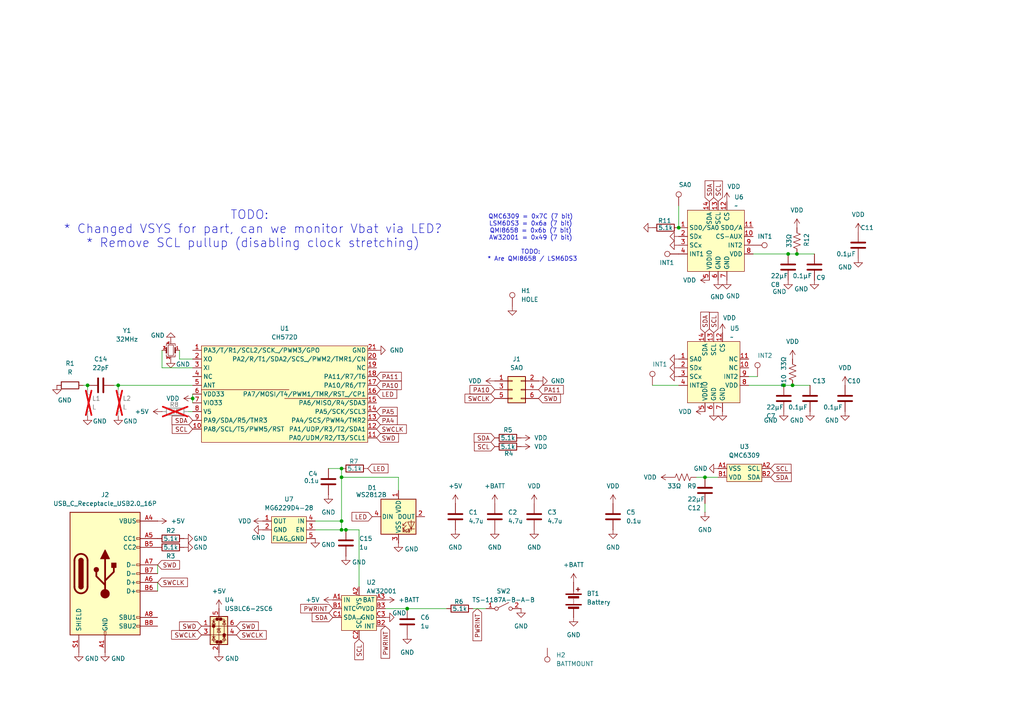
<source format=kicad_sch>
(kicad_sch (version 20250114) (generator "eeschema") (generator_version "9.0")
  (paper "A4")
  (lib_symbols
    (symbol "Connector:TestPoint" (pin_numbers (hide yes)) (pin_names (offset 0.762) (hide yes))
      (property "Reference" "TP" (at 0 6.858 0))
      (property "Value" "TestPoint" (at 0 5.08 0))
      (symbol "TestPoint_1_1"
        (pin passive line (at 0 0 90) (length 2.54) (name "1") (number "1"))
      )
    )
    (symbol "Connector:USB_C_Receptacle_USB2.0_16P" (pin_names (offset 1.016))
      (property "Reference" "J" (at 0 22.225 0))
      (property "Value" "USB_C_Receptacle_USB2.0_16P" (at 0 19.685 0))
      (symbol "USB_C_Receptacle_USB2.0_16P_1_1"
        (pin passive line (at -7.62 -22.86 90) (length 5.08) (name "SHIELD") (number "S1"))
        (pin passive line (at 0 -22.86 90) (length 5.08) (name "GND") (number "A1"))
        (pin passive line (at 0 -22.86 90) (length 5.08) (hide yes) (name "GND") (number "A12"))
        (pin passive line (at 0 -22.86 90) (length 5.08) (hide yes) (name "GND") (number "B1"))
        (pin passive line (at 0 -22.86 90) (length 5.08) (hide yes) (name "GND") (number "B12"))
        (pin passive line (at 15.24 15.24 180) (length 5.08) (name "VBUS") (number "A4"))
        (pin passive line (at 15.24 15.24 180) (length 5.08) (hide yes) (name "VBUS") (number "A9"))
        (pin passive line (at 15.24 15.24 180) (length 5.08) (hide yes) (name "VBUS") (number "B4"))
        (pin passive line (at 15.24 15.24 180) (length 5.08) (hide yes) (name "VBUS") (number "B9"))
        (pin bidirectional line (at 15.24 10.16 180) (length 5.08) (name "CC1") (number "A5"))
        (pin bidirectional line (at 15.24 7.62 180) (length 5.08) (name "CC2") (number "B5"))
        (pin bidirectional line (at 15.24 2.54 180) (length 5.08) (name "D-") (number "A7"))
        (pin bidirectional line (at 15.24 0 180) (length 5.08) (name "D-") (number "B7"))
        (pin bidirectional line (at 15.24 -2.54 180) (length 5.08) (name "D+") (number "A6"))
        (pin bidirectional line (at 15.24 -5.08 180) (length 5.08) (name "D+") (number "B6"))
        (pin bidirectional line (at 15.24 -12.7 180) (length 5.08) (name "SBU1") (number "A8"))
        (pin bidirectional line (at 15.24 -15.24 180) (length 5.08) (name "SBU2") (number "B8"))
      )
    )
    (symbol "Connector_Generic:Conn_02x03_Odd_Even" (pin_names (offset 1.016) (hide yes))
      (property "Reference" "J" (at 1.27 5.08 0))
      (property "Value" "Conn_02x03_Odd_Even" (at 1.27 -5.08 0))
      (symbol "Conn_02x03_Odd_Even_1_1"
        (pin passive line (at -5.08 2.54 0) (length 3.81) (name "Pin_1") (number "1"))
        (pin passive line (at -5.08 0 0) (length 3.81) (name "Pin_3") (number "3"))
        (pin passive line (at -5.08 -2.54 0) (length 3.81) (name "Pin_5") (number "5"))
        (pin passive line (at 7.62 2.54 180) (length 3.81) (name "Pin_2") (number "2"))
        (pin passive line (at 7.62 0 180) (length 3.81) (name "Pin_4") (number "4"))
        (pin passive line (at 7.62 -2.54 180) (length 3.81) (name "Pin_6") (number "6"))
      )
    )
    (symbol "Device:Battery" (pin_numbers (hide yes)) (pin_names (offset 0) (hide yes))
      (property "Reference" "BT" (at 2.54 2.54 0))
      (property "Value" "Battery" (at 2.54 0 0))
      (symbol "Battery_1_1"
        (pin passive line (at 0 5.08 270) (length 2.54) (name "+") (number "1"))
        (pin passive line (at 0 -5.08 90) (length 2.54) (name "-") (number "2"))
      )
    )
    (symbol "Device:C" (pin_numbers (hide yes)) (pin_names (offset 0.254))
      (property "Reference" "C" (at 0.635 2.54 0))
      (property "Value" "C" (at 0.635 -2.54 0))
      (symbol "C_1_1"
        (pin passive line (at 0 3.81 270) (length 2.794) (name "~") (number "1"))
        (pin passive line (at 0 -3.81 90) (length 2.794) (name "~") (number "2"))
      )
    )
    (symbol "Device:Crystal_GND24_Small" (pin_names (offset 1.016) (hide yes))
      (property "Reference" "Y" (at 1.27 4.445 0))
      (property "Value" "Crystal_GND24_Small" (at 1.27 2.54 0))
      (symbol "Crystal_GND24_Small_1_1"
        (pin passive line (at -2.54 0 0) (length 1.27) (name "1") (number "1"))
        (pin passive line (at 0 2.54 270) (length 0.635) (name "4") (number "4"))
        (pin passive line (at 0 -2.54 90) (length 0.635) (name "2") (number "2"))
        (pin passive line (at 2.54 0 180) (length 1.27) (name "3") (number "3"))
      )
    )
    (symbol "Device:L" (pin_numbers (hide yes)) (pin_names (offset 1.016) (hide yes))
      (property "Reference" "L" (at -1.27 0 90))
      (property "Value" "L" (at 1.905 0 90))
      (symbol "L_1_1"
        (pin passive line (at 0 3.81 270) (length 1.27) (name "1") (number "1"))
        (pin passive line (at 0 -3.81 90) (length 1.27) (name "2") (number "2"))
      )
    )
    (symbol "Device:R" (pin_numbers (hide yes)) (pin_names (offset 0))
      (property "Reference" "R" (at 2.032 0 90))
      (property "Value" "R" (at 0 0 90))
      (symbol "R_1_1"
        (pin passive line (at 0 3.81 270) (length 1.27) (name "~") (number "1"))
        (pin passive line (at 0 -3.81 90) (length 1.27) (name "~") (number "2"))
      )
    )
    (symbol "LED:WS2812B" (pin_names (offset 0.254))
      (property "Reference" "D" (at 5.08 5.715 0))
      (property "Value" "WS2812B" (at 1.27 -5.715 0))
      (symbol "WS2812B_0_0"
        (text "RGB" (at 2.286 -4.191 0) (effects (font (size 0.762 0.762))))
      )
      (symbol "WS2812B_1_1"
        (pin input line (at -7.62 0 0) (length 2.54) (name "DIN") (number "4"))
        (pin power_in line (at 0 7.62 270) (length 2.54) (name "VDD") (number "1"))
        (pin power_in line (at 0 -7.62 90) (length 2.54) (name "VSS") (number "3"))
        (pin output line (at 7.62 0 180) (length 2.54) (name "DOUT") (number "2"))
      )
    )
    (symbol "Power_Protection:USBLC6-2SC6" (pin_names (hide yes))
      (property "Reference" "U" (at 0.635 5.715 0))
      (property "Value" "USBLC6-2SC6" (at 0.635 3.81 0))
      (symbol "USBLC6-2SC6_1_1"
        (pin passive line (at -5.08 0 0) (length 2.54) (name "I/O1") (number "1"))
        (pin passive line (at -5.08 -2.54 0) (length 2.54) (name "I/O2") (number "3"))
        (pin passive line (at 0 5.08 270) (length 2.54) (name "VBUS") (number "5"))
        (pin passive line (at 0 -7.62 90) (length 2.54) (name "GND") (number "2"))
        (pin passive line (at 5.08 0 180) (length 2.54) (name "I/O1") (number "6"))
        (pin passive line (at 5.08 -2.54 180) (length 2.54) (name "I/O2") (number "4"))
      )
    )
    (symbol "Swadge_Parts:C" (pin_numbers (hide yes)) (pin_names (offset 0.254))
      (property "Reference" "C" (at 0.635 2.54 0))
      (property "Value" "C" (at 0.635 -2.54 0))
      (symbol "C_1_1"
        (pin passive line (at 0 3.81 270) (length 2.794) (name "~") (number "1"))
        (pin passive line (at 0 -3.81 90) (length 2.794) (name "~") (number "2"))
      )
    )
    (symbol "Swadge_Parts:GND" (power) (pin_names (offset 0))
      (property "Value" "GND" (at 0 -3.81 0))
      (symbol "GND_1_1"
        (pin power_in line (at 0 0 270) (length 0) (hide yes) (name "GND") (number "1"))
      )
    )
    (symbol "Swadge_Parts:R_US" (pin_numbers (hide yes)) (pin_names (offset 0))
      (property "Reference" "R" (at 2.54 0 90))
      (property "Value" "R_US" (at -2.54 0 90))
      (symbol "R_US_1_1"
        (pin passive line (at 0 3.81 270) (length 1.27) (name "~") (number "1"))
        (pin passive line (at 0 -3.81 90) (length 1.27) (name "~") (number "2"))
      )
    )
    (symbol "Switch:SW_SPST" (pin_names (offset 0) (hide yes))
      (property "Reference" "SW" (at 0 3.175 0))
      (property "Value" "SW_SPST" (at 0 -2.54 0))
      (symbol "SW_SPST_1_1"
        (pin passive line (at -5.08 0 0) (length 2.54) (name "A") (number "1"))
        (pin passive line (at 5.08 0 180) (length 2.54) (name "B") (number "2"))
      )
    )
    (symbol "cnhardware:AW32001E-BMS"
      (property "Reference" "U" (at -3.302 -5.08 0))
      (symbol "AW32001E-BMS_1_1"
        (pin bidirectional line (at -7.62 2.54 0) (length 2.54) (name "IN") (number "A1"))
        (pin bidirectional line (at -7.62 0 0) (length 2.54) (name "NTC") (number "B1"))
        (pin bidirectional line (at -7.62 -2.54 0) (length 2.54) (name "SDA") (number "C1"))
        (pin bidirectional line (at 0 6.35 270) (length 2.54) (name "SYS") (number "A2"))
        (pin bidirectional line (at 0 -8.89 90) (length 2.54) (name "SCL") (number "C2"))
        (pin bidirectional line (at 7.62 2.54 180) (length 2.54) (name "BAT") (number "A3"))
        (pin bidirectional line (at 7.62 0 180) (length 2.54) (name "VDD") (number "B3"))
        (pin bidirectional line (at 7.62 -2.54 180) (length 2.54) (name "GND") (number "C3"))
        (pin bidirectional line (at 7.62 -5.08 180) (length 2.54) (name "INT") (number "B2"))
      )
    )
    (symbol "cnhardware:CH570D"
      (property "Reference" "U" (at -2.286 -0.508 0))
      (property "Value" "CH570D" (at -4.318 -4.572 0))
      (symbol "CH570D_1_1"
        (pin bidirectional line (at -26.67 10.16 0) (length 2.54) (name "PA3/T/R1/SCL2/SCK_/PWM3/GPO") (number "1"))
        (pin bidirectional line (at -26.67 7.62 0) (length 2.54) (name "XO") (number "2"))
        (pin bidirectional line (at -26.67 5.08 0) (length 2.54) (name "XI") (number "3"))
        (pin bidirectional line (at -26.67 2.54 0) (length 2.54) (name "NC") (number "4"))
        (pin bidirectional line (at -26.67 0 0) (length 2.54) (name "ANT") (number "5"))
        (pin bidirectional line (at -26.67 -2.54 0) (length 2.54) (name "VDD33") (number "6"))
        (pin bidirectional line (at -26.67 -5.08 0) (length 2.54) (name "VIO33") (number "7"))
        (pin bidirectional line (at -26.67 -7.62 0) (length 2.54) (name "V5") (number "8"))
        (pin bidirectional line (at -26.67 -10.16 0) (length 2.54) (name "PA9/SDA/R5/TMR3") (number "9"))
        (pin bidirectional line (at -26.67 -12.7 0) (length 2.54) (name "PA8/SCL/T5/PWM5/RST") (number "10"))
        (pin bidirectional line (at 26.67 10.16 180) (length 2.54) (name "GND") (number "21"))
        (pin bidirectional line (at 26.67 7.62 180) (length 2.54) (name "PA2/R/T1/SDA2/SCS_/PWM2/TMR1/CN") (number "20"))
        (pin bidirectional line (at 26.67 5.08 180) (length 2.54) (name "NC") (number "19"))
        (pin bidirectional line (at 26.67 2.54 180) (length 2.54) (name "PA11/R7/T6") (number "18"))
        (pin bidirectional line (at 26.67 0 180) (length 2.54) (name "PA10/R6/T7") (number "17"))
        (pin bidirectional line (at 26.67 -2.54 180) (length 2.54) (name "PA7/MOSI/T4/PWM1/TMR/RST_/CP1") (number "16"))
        (pin bidirectional line (at 26.67 -5.08 180) (length 2.54) (name "PA6/MISO/R4/SDA3") (number "15"))
        (pin bidirectional line (at 26.67 -7.62 180) (length 2.54) (name "PA5/SCK/SCL3") (number "14"))
        (pin bidirectional line (at 26.67 -10.16 180) (length 2.54) (name "PA4/SCS/PWM4/TMR2") (number "13"))
        (pin bidirectional line (at 26.67 -12.7 180) (length 2.54) (name "PA1/UDP/R3/T2/SDA1") (number "12"))
        (pin bidirectional line (at 26.67 -15.24 180) (length 2.54) (name "PA0/UDM/R2/T3/SCL1") (number "11"))
      )
    )
    (symbol "cnhardware:LSM6DSL"
      (property "Reference" "U" (at 0 0 0))
      (symbol "LSM6DSL_1_1"
        (pin bidirectional line (at -10.16 3.81 0) (length 2.54) (name "SA0") (number "1"))
        (pin bidirectional line (at -10.16 1.27 0) (length 2.54) (name "SDx") (number "2"))
        (pin bidirectional line (at -10.16 -1.27 0) (length 2.54) (name "SCx") (number "3"))
        (pin bidirectional line (at -10.16 -3.81 0) (length 2.54) (name "INT1") (number "4"))
        (pin bidirectional line (at -2.54 11.43 270) (length 2.54) (name "SDA") (number "14"))
        (pin bidirectional line (at -2.54 -11.43 90) (length 2.54) (name "VDDIO") (number "5"))
        (pin bidirectional line (at 0 11.43 270) (length 2.54) (name "SCL") (number "13"))
        (pin bidirectional line (at 0 -11.43 90) (length 2.54) (name "GND") (number "6"))
        (pin bidirectional line (at 2.54 11.43 270) (length 2.54) (name "CS") (number "12"))
        (pin bidirectional line (at 2.54 -11.43 90) (length 2.54) (name "GND") (number "7"))
        (pin bidirectional line (at 10.16 3.81 180) (length 2.54) (name "NC") (number "11"))
        (pin bidirectional line (at 10.16 1.27 180) (length 2.54) (name "NC") (number "10"))
        (pin bidirectional line (at 10.16 -1.27 180) (length 2.54) (name "INT2") (number "9"))
        (pin bidirectional line (at 10.16 -3.81 180) (length 2.54) (name "VDD") (number "8"))
      )
    )
    (symbol "cnhardware:QMC6309"
      (property "Reference" "U" (at 0 0 0))
      (property "Value" "QMC6309" (at 0 -3.81 0))
      (symbol "QMC6309_1_1"
        (pin bidirectional line (at -7.62 1.27 0) (length 2.54) (name "VSS") (number "A1"))
        (pin bidirectional line (at -7.62 -1.27 0) (length 2.54) (name "VDD") (number "B1"))
        (pin bidirectional line (at 7.62 1.27 180) (length 2.54) (name "SCL") (number "A2"))
        (pin bidirectional line (at 7.62 -1.27 180) (length 2.54) (name "SDA") (number "B2"))
      )
    )
    (symbol "cnhardware:QMI8658A"
      (property "Reference" "U" (at -0.254 -1.27 0))
      (symbol "QMI8658A_1_1"
        (pin bidirectional line (at -11.43 3.81 0) (length 2.54) (name "SD0/SA0") (number "1"))
        (pin bidirectional line (at -11.43 1.27 0) (length 2.54) (name "SDx") (number "2"))
        (pin bidirectional line (at -11.43 -1.27 0) (length 2.54) (name "SCx") (number "3"))
        (pin bidirectional line (at -11.43 -3.81 0) (length 2.54) (name "INT1") (number "4"))
        (pin bidirectional line (at -2.54 11.43 270) (length 2.54) (name "SDA") (number "14"))
        (pin bidirectional line (at -2.54 -11.43 90) (length 2.54) (name "VDDIO") (number "5"))
        (pin bidirectional line (at 0 11.43 270) (length 2.54) (name "SCL") (number "13"))
        (pin bidirectional line (at 0 -11.43 90) (length 2.54) (name "GND") (number "6"))
        (pin bidirectional line (at 2.54 11.43 270) (length 2.54) (name "CS") (number "12"))
        (pin bidirectional line (at 2.54 -11.43 90) (length 2.54) (name "GND") (number "7"))
        (pin bidirectional line (at 10.16 3.81 180) (length 2.54) (name "SDO/A") (number "11"))
        (pin bidirectional line (at 10.16 1.27 180) (length 2.54) (name "CS-AUX") (number "10"))
        (pin bidirectional line (at 10.16 -1.27 180) (length 2.54) (name "INT2") (number "9"))
        (pin bidirectional line (at 10.16 -3.81 180) (length 2.54) (name "VDD") (number "8"))
      )
    )
    (symbol "cnhardware:RS3236-DFN-LDO"
      (property "Reference" "U" (at 0 3.81 0))
      (property "Value" "RS3236-3.3YUTDN4" (at -0.254 -6.35 0))
      (symbol "RS3236-DFN-LDO_1_1"
        (pin bidirectional line (at -7.62 1.27 0) (length 2.54) (name "OUT") (number "1"))
        (pin bidirectional line (at -7.62 -1.27 0) (length 2.54) (name "GND") (number "2"))
        (pin bidirectional line (at 7.62 1.27 180) (length 2.54) (name "IN") (number "4"))
        (pin bidirectional line (at 7.62 -1.27 180) (length 2.54) (name "EN") (number "3"))
        (pin bidirectional line (at 7.62 -3.81 180) (length 2.54) (name "FLAG_GND") (number "5"))
      )
    )
    (symbol "power:+5V" (power) (pin_numbers (hide yes)) (pin_names (offset 0) (hide yes))
      (property "Value" "+5V" (at 0 3.556 0))
      (symbol "+5V_1_1"
        (pin power_in line (at 0 0 90) (length 0) (name "~") (number "1"))
      )
    )
    (symbol "power:+BATT" (power) (pin_numbers (hide yes)) (pin_names (offset 0) (hide yes))
      (property "Value" "+BATT" (at 0 3.556 0))
      (symbol "+BATT_1_1"
        (pin power_in line (at 0 0 90) (length 0) (name "~") (number "1"))
      )
    )
    (symbol "power:GND" (power) (pin_numbers (hide yes)) (pin_names (offset 0) (hide yes))
      (property "Value" "GND" (at 0 -3.81 0))
      (symbol "GND_1_1"
        (pin power_in line (at 0 0 270) (length 0) (name "~") (number "1"))
      )
    )
    (symbol "power:VDD" (power) (pin_names (offset 0))
      (property "Value" "VDD" (at 0 3.81 0))
      (symbol "VDD_1_1"
        (pin power_in line (at 0 0 90) (length 0) (hide yes) (name "VDD") (number "1"))
      )
    )
  )
  (text "TODO:\n * Changed VSYS for part, can we monitor Vbat via LED?\n * Remove SCL pullup (disabling clock stretching)" (at 72.39 66.548 0) (effects (font (size 2.54 2.54))))
  (text "QMC6309 = 0x7C (7 bit)\nLSM6DS3 = 0x6a (7 bit)\nQMI8658 = 0x6b (7 bit)\nAW32001 = 0x49 (7 bit)\n\nTODO:\n * Are QMI8658 / LSM6DS3" (at 153.924 69.088 0) (effects (font (size 1.27 1.27))))
  (junction (at 118.11 176.53))
  (junction (at 34.29 111.76))
  (junction (at 227.33 111.76))
  (junction (at 228.6 73.66))
  (junction (at 25.4 111.76))
  (junction (at 99.06 135.89))
  (junction (at 204.47 138.43))
  (junction (at 99.06 151.13))
  (junction (at 99.06 153.67))
  (junction (at 55.88 115.57))
  (junction (at 196.85 66.04))
  (junction (at 229.87 111.76))
  (junction (at 99.06 138.43))
  (junction (at 100.33 153.67))
  (junction (at 231.14 73.66))
  (wire (pts (xy 196.85 59.69) (xy 196.85 66.04)))
  (wire (pts (xy 45.72 163.83) (xy 45.72 166.37)))
  (wire (pts (xy 228.6 73.66) (xy 231.14 73.66)))
  (wire (pts (xy 99.06 151.13) (xy 99.06 153.67)))
  (wire (pts (xy 99.06 138.43) (xy 99.06 151.13)))
  (wire (pts (xy 99.06 135.89) (xy 99.06 138.43)))
  (wire (pts (xy 34.29 113.03) (xy 34.29 111.76)))
  (wire (pts (xy 115.57 138.43) (xy 115.57 142.24)))
  (wire (pts (xy 54.61 119.38) (xy 55.88 119.38)))
  (wire (pts (xy 204.47 148.59) (xy 204.47 146.05)))
  (wire (pts (xy 231.14 73.66) (xy 236.22 73.66)))
  (wire (pts (xy 33.02 111.76) (xy 34.29 111.76)))
  (wire (pts (xy 34.29 111.76) (xy 55.88 111.76)))
  (wire (pts (xy 104.14 153.67) (xy 100.33 153.67)))
  (wire (pts (xy 204.47 138.43) (xy 208.28 138.43)))
  (wire (pts (xy 137.16 176.53) (xy 140.97 176.53)))
  (wire (pts (xy 118.11 176.53) (xy 111.76 176.53)))
  (wire (pts (xy 227.33 111.76) (xy 229.87 111.76)))
  (wire (pts (xy 201.93 138.43) (xy 204.47 138.43)))
  (wire (pts (xy 99.06 138.43) (xy 115.57 138.43)))
  (wire (pts (xy 55.88 115.57) (xy 55.88 116.84)))
  (wire (pts (xy 217.17 111.76) (xy 227.33 111.76)))
  (wire (pts (xy 55.88 106.68) (xy 46.99 106.68)))
  (wire (pts (xy 99.06 153.67) (xy 91.44 153.67)))
  (wire (pts (xy 46.99 106.68) (xy 46.99 101.6)))
  (wire (pts (xy 228.6 73.66) (xy 218.44 73.66)))
  (wire (pts (xy 104.14 153.67) (xy 104.14 170.18)))
  (wire (pts (xy 118.11 176.53) (xy 129.54 176.53)))
  (wire (pts (xy 229.87 111.76) (xy 234.95 111.76)))
  (wire (pts (xy 52.07 101.6) (xy 52.07 104.14)))
  (wire (pts (xy 189.23 111.76) (xy 196.85 111.76)))
  (wire (pts (xy 55.88 114.3) (xy 55.88 115.57)))
  (wire (pts (xy 100.33 153.67) (xy 99.06 153.67)))
  (wire (pts (xy 45.72 168.91) (xy 45.72 171.45)))
  (wire (pts (xy 52.07 104.14) (xy 55.88 104.14)))
  (wire (pts (xy 25.4 113.03) (xy 25.4 111.76)))
  (wire (pts (xy 95.25 135.89) (xy 99.06 135.89)))
  (wire (pts (xy 91.44 151.13) (xy 99.06 151.13)))
  (wire (pts (xy 219.71 109.22) (xy 217.17 109.22)))
  (wire (pts (xy 25.4 111.76) (xy 24.13 111.76)))
  (global_label "SWCLK" (shape input) (at 58.42 184.15 180) (property "Intersheetrefs" "${INTERSHEET_REFS}" (effects (hide yes))))
  (global_label "SDA" (shape input) (at 96.52 179.07 180) (property "Intersheetrefs" "${INTERSHEET_REFS}" (effects (hide yes))))
  (global_label "SWCLK" (shape input) (at 45.72 168.91 0) (property "Intersheetrefs" "${INTERSHEET_REFS}" (effects (hide yes))))
  (global_label "SCL" (shape input) (at 143.51 129.54 180) (property "Intersheetrefs" "${INTERSHEET_REFS}" (effects (hide yes))))
  (global_label "SWD" (shape input) (at 58.42 181.61 180) (property "Intersheetrefs" "${INTERSHEET_REFS}" (effects (hide yes))))
  (global_label "SWCLK" (shape input) (at 68.58 184.15 0) (property "Intersheetrefs" "${INTERSHEET_REFS}" (effects (hide yes))))
  (global_label "SWD" (shape input) (at 109.22 127 0) (property "Intersheetrefs" "${INTERSHEET_REFS}" (effects (hide yes))))
  (global_label "SDA" (shape input) (at 204.47 96.52 90) (property "Intersheetrefs" "${INTERSHEET_REFS}" (effects (hide yes))))
  (global_label "PA11" (shape input) (at 156.21 113.03 0) (property "Intersheetrefs" "${INTERSHEET_REFS}" (effects (hide yes))))
  (global_label "SCL" (shape input) (at 223.52 135.89 0) (property "Intersheetrefs" "${INTERSHEET_REFS}" (effects (hide yes))))
  (global_label "SDA" (shape input) (at 223.52 138.43 0) (property "Intersheetrefs" "${INTERSHEET_REFS}" (effects (hide yes))))
  (global_label "SWD" (shape input) (at 156.21 115.57 0) (property "Intersheetrefs" "${INTERSHEET_REFS}" (effects (hide yes))))
  (global_label "PA10" (shape input) (at 109.22 111.76 0) (property "Intersheetrefs" "${INTERSHEET_REFS}" (effects (hide yes))))
  (global_label "SWCLK" (shape input) (at 109.22 124.46 0) (property "Intersheetrefs" "${INTERSHEET_REFS}" (effects (hide yes))))
  (global_label "SCL" (shape input) (at 207.01 96.52 90) (property "Intersheetrefs" "${INTERSHEET_REFS}" (effects (hide yes))))
  (global_label "PA4" (shape input) (at 109.22 121.92 0) (property "Intersheetrefs" "${INTERSHEET_REFS}" (effects (hide yes))))
  (global_label "PWRINT" (shape input) (at 111.76 181.61 270) (property "Intersheetrefs" "${INTERSHEET_REFS}" (effects (hide yes))))
  (global_label "SWD" (shape input) (at 45.72 163.83 0) (property "Intersheetrefs" "${INTERSHEET_REFS}" (effects (hide yes))))
  (global_label "PWRINT" (shape input) (at 96.52 176.53 180) (property "Intersheetrefs" "${INTERSHEET_REFS}" (effects (hide yes))))
  (global_label "PA5" (shape input) (at 109.22 119.38 0) (property "Intersheetrefs" "${INTERSHEET_REFS}" (effects (hide yes))))
  (global_label "PWRINT" (shape input) (at 138.43 176.53 270) (property "Intersheetrefs" "${INTERSHEET_REFS}" (effects (hide yes))))
  (global_label "LED" (shape input) (at 109.22 114.3 0) (property "Intersheetrefs" "${INTERSHEET_REFS}" (effects (hide yes))))
  (global_label "SWCLK" (shape input) (at 143.51 115.57 180) (property "Intersheetrefs" "${INTERSHEET_REFS}" (effects (hide yes))))
  (global_label "SDA" (shape input) (at 205.74 58.42 90) (property "Intersheetrefs" "${INTERSHEET_REFS}" (effects (hide yes))))
  (global_label "PA10" (shape input) (at 143.51 113.03 180) (property "Intersheetrefs" "${INTERSHEET_REFS}" (effects (hide yes))))
  (global_label "SCL" (shape input) (at 104.14 185.42 270) (property "Intersheetrefs" "${INTERSHEET_REFS}" (effects (hide yes))))
  (global_label "PA11" (shape input) (at 109.22 109.22 0) (property "Intersheetrefs" "${INTERSHEET_REFS}" (effects (hide yes))))
  (global_label "SCL" (shape input) (at 208.28 58.42 90) (property "Intersheetrefs" "${INTERSHEET_REFS}" (effects (hide yes))))
  (global_label "SCL" (shape input) (at 55.88 124.46 180) (property "Intersheetrefs" "${INTERSHEET_REFS}" (effects (hide yes))))
  (global_label "SDA" (shape input) (at 143.51 127 180) (property "Intersheetrefs" "${INTERSHEET_REFS}" (effects (hide yes))))
  (global_label "SWD" (shape input) (at 68.58 181.61 0) (property "Intersheetrefs" "${INTERSHEET_REFS}" (effects (hide yes))))
  (global_label "SDA" (shape input) (at 55.88 121.92 180) (property "Intersheetrefs" "${INTERSHEET_REFS}" (effects (hide yes))))
  (global_label "LED" (shape input) (at 106.68 135.89 0) (property "Intersheetrefs" "${INTERSHEET_REFS}" (effects (hide yes))))
  (global_label "LED" (shape input) (at 107.95 149.86 180) (property "Intersheetrefs" "${INTERSHEET_REFS}" (effects (hide yes))))
  (symbol (lib_id "Swadge_Parts:GND") (at 245.11 119.38 0) (unit 1)
    (property "Reference" "#PWR064" (effects (hide yes)))
    (property "Value" "GND" (at 241.3 121.92 0))
  )
  (symbol (lib_id "Connector:TestPoint") (at 158.75 187.96 180) (unit 1) (in_bom no)
    (property "Reference" "H2" (at 161.29 189.9919 0) (effects (justify right)))
    (property "Value" "BATTMOUNT" (at 161.29 192.5319 0) (effects (justify right)))
    (property "Footprint" "MountingHole:MountingHole_2.1mm" (effects (hide yes)))
    (property "Description" "test point" (effects (hide yes)))
  )
  (symbol (lib_id "cnhardware:QMC6309") (at 215.9 137.16 0) (unit 1)
    (property "Reference" "U3" (at 215.9 129.54 0))
    (property "Value" "QMC6309" (at 215.9 132.08 0))
    (property "Footprint" "Package_BGA:WLP-4_0.83x0.83mm_P0.4mm" (effects (hide yes)))
    (property "LCSC" "C5439871" (effects (hide yes)))
  )
  (symbol (lib_id "cnhardware:AW32001E-BMS") (at 104.14 176.53 0) (unit 1)
    (property "Reference" "U2" (at 106.2833 168.91 0) (effects (justify left)))
    (property "Value" "AW32001" (at 106.2833 171.45 0) (effects (justify left)))
    (property "Footprint" "cnhardware:WLCSP-9-P0.5mm" (effects (hide yes)))
    (property "LCSC" "C5125890" (effects (hide yes)))
  )
  (symbol (lib_id "Swadge_Parts:R_US") (at 198.12 138.43 270) (unit 1)
    (property "Reference" "R9" (at 200.66 140.97 90))
    (property "Value" "33Ω" (at 195.58 140.97 90))
    (property "Footprint" "Resistor_SMD:R_0603_1608Metric" (effects (hide yes)))
    (property "Cost100" "10" (effects (hide yes)))
    (property "Substitutable" "Y" (effects (hide yes)))
    (property "LCSC" "C23140" (effects (hide yes)))
    (property "Cost @ 2.5k" "0.0008" (effects (hide yes)))
  )
  (symbol (lib_id "power:VDD") (at 248.92 67.31 0) (unit 1)
    (property "Reference" "#PWR062" (effects (hide yes)))
    (property "Value" "VDD" (at 248.92 62.23 0))
  )
  (symbol (lib_id "power:GND") (at 118.11 184.15 0) (unit 1)
    (property "Reference" "#PWR025" (effects (hide yes)))
    (property "Value" "GND" (at 118.11 189.23 0))
    (property "Description" "Power symbol creates a global label with name \"GND\" , ground" (effects (hide yes)))
  )
  (symbol (lib_id "Swadge_Parts:C") (at 227.33 115.57 0) (unit 1)
    (property "Reference" "C7" (at 222.25 120.65 0) (effects (justify left)))
    (property "Value" "22μF" (at 222.25 118.11 0) (effects (justify left)))
    (property "Footprint" "Capacitor_SMD:C_0603_1608Metric" (effects (hide yes)))
    (property "Cost100" "10" (effects (hide yes)))
    (property "Substitutable" "Y" (effects (hide yes)))
    (property "LCSC" "C59461" (effects (hide yes)))
    (property "Cost @ 2.5k" "0.0079" (effects (hide yes)))
  )
  (symbol (lib_id "Swadge_Parts:GND") (at 210.82 81.28 0) (unit 1)
    (property "Reference" "#PWR055" (effects (hide yes)))
    (property "Value" "GND" (at 212.598 85.852 0))
  )
  (symbol (lib_id "power:GND") (at 166.37 179.07 0) (unit 1)
    (property "Reference" "#PWR02" (effects (hide yes)))
    (property "Value" "GND" (at 166.37 184.15 0))
    (property "Description" "Power symbol creates a global label with name \"GND\" , ground" (effects (hide yes)))
  )
  (symbol (lib_id "Connector:TestPoint") (at 219.71 109.22 0) (unit 1)
    (property "Reference" "TP1" (effects (hide yes)))
    (property "Value" "INT2" (at 219.71 103.124 0) (effects (justify left)))
    (property "Footprint" "TestPoint:TestPoint_Pad_D1.0mm" (effects (hide yes)))
    (property "Description" "test point" (effects (hide yes)))
  )
  (symbol (lib_id "power:GND") (at 204.47 148.59 0) (unit 1)
    (property "Reference" "#PWR041" (effects (hide yes)))
    (property "Value" "GND" (at 204.47 153.67 0))
    (property "Description" "Power symbol creates a global label with name \"GND\" , ground" (effects (hide yes)))
  )
  (symbol (lib_id "power:VDD") (at 204.47 119.38 90) (unit 1)
    (property "Reference" "#PWR045" (effects (hide yes)))
    (property "Value" "VDD" (at 200.66 119.3799 90) (effects (justify left)))
  )
  (symbol (lib_id "Device:R") (at 20.32 111.76 90) (unit 1)
    (property "Reference" "R1" (at 20.32 105.41 90))
    (property "Value" "R" (at 20.32 107.95 90))
    (property "Footprint" "RF_Antenna:Texas_SWRA117D_2.4GHz_Left" (effects (hide yes)))
    (property "Description" "Resistor" (effects (hide yes)))
  )
  (symbol (lib_id "power:GND") (at 22.86 189.23 0) (mirror y) (unit 1)
    (property "Reference" "#PWR012" (effects (hide yes)))
    (property "Value" "GND" (at 28.702 191.008 0) (effects (justify left)))
  )
  (symbol (lib_id "power:VDD") (at 151.13 129.54 270) (unit 1)
    (property "Reference" "#PWR029" (effects (hide yes)))
    (property "Value" "VDD" (at 154.94 129.5399 90) (effects (justify left)))
  )
  (symbol (lib_id "Power_Protection:USBLC6-2SC6") (at 63.5 181.61 0) (unit 1)
    (property "Reference" "U4" (at 65.1511 173.99 0) (effects (justify left)))
    (property "Value" "USBLC6-2SC6" (at 65.1511 176.53 0) (effects (justify left)))
    (property "Footprint" "Package_TO_SOT_SMD:SOT-363_SC-70-6" (effects (hide yes)))
    (property "Datasheet" "https://www.st.com/resource/en/datasheet/usblc6-2.pdf" (effects (hide yes)))
    (property "Description" "Very low capacitance ESD protection diode, 2 data-line, SOT-23-6" (effects (hide yes)))
    (property "LCSC" "C1973965" (effects (hide yes)))
  )
  (symbol (lib_id "Swadge_Parts:GND") (at 209.55 119.38 0) (unit 1)
    (property "Reference" "#PWR048" (effects (hide yes)))
    (property "Value" "GND" (effects (hide yes)))
  )
  (symbol (lib_id "Swadge_Parts:GND") (at 196.85 104.14 270) (unit 1)
    (property "Reference" "#PWR052" (effects (hide yes)))
    (property "Value" "GND" (effects (hide yes)))
  )
  (symbol (lib_id "Connector_Generic:Conn_02x03_Odd_Even") (at 148.59 113.03 0) (unit 1)
    (property "Reference" "J1" (at 149.86 104.14 0))
    (property "Value" "SAO" (at 149.86 106.68 0))
    (property "Footprint" "Connector_PinHeader_2.54mm:PinHeader_2x03_P2.54mm_Vertical_SMD" (effects (hide yes)))
    (property "Description" "Generic connector, double row, 02x03, odd/even pin numbering scheme (row 1 odd numbers, row 2 even numbers), script generated (kicad-library-utils/schlib/autogen/connector/)" (effects (hide yes)))
  )
  (symbol (lib_id "power:+BATT") (at 111.76 173.99 270) (unit 1)
    (property "Reference" "#PWR037" (effects (hide yes)))
    (property "Value" "+BATT" (at 115.57 173.9899 90) (effects (justify left)))
    (property "Description" "Power symbol creates a global label with name \"+BATT\"" (effects (hide yes)))
  )
  (symbol (lib_id "Device:R") (at 102.87 135.89 270) (unit 1)
    (property "Reference" "R7" (at 102.616 133.858 90))
    (property "Value" "5.1k" (at 102.87 135.89 90))
    (property "Footprint" "Resistor_SMD:R_0402_1005Metric" (effects (hide yes)))
    (property "Description" "Resistor" (effects (hide yes)))
    (property "LCSC" "C25905" (effects (hide yes)))
  )
  (symbol (lib_id "cnhardware:LSM6DSL") (at 207.01 107.95 0) (unit 1)
    (property "Reference" "U5" (at 211.6933 95.25 0) (effects (justify left)))
    (property "Value" "~" (at 211.6933 97.79 0) (effects (justify left)))
    (property "Footprint" "cnhardware:LGA-14_3x2.5mm_P0.5mm_LayoutBorder3x4y_EVEN_PADS" (effects (hide yes)))
    (property "LCSC" "C967633" (effects (hide yes)))
  )
  (symbol (lib_id "power:VDD") (at 231.14 66.04 0) (unit 1)
    (property "Reference" "#PWR057" (effects (hide yes)))
    (property "Value" "VDD" (at 231.14 60.96 0))
  )
  (symbol (lib_id "power:+5V") (at 63.5 176.53 0) (unit 1)
    (property "Reference" "#PWR026" (effects (hide yes)))
    (property "Value" "+5V" (at 63.5 171.45 0))
    (property "Description" "Power symbol creates a global label with name \"+5V\"" (effects (hide yes)))
  )
  (symbol (lib_id "Device:C") (at 118.11 180.34 0) (unit 1)
    (property "Reference" "C6" (at 121.92 179.0699 0) (effects (justify left)))
    (property "Value" "1u" (at 121.92 181.6099 0) (effects (justify left)))
    (property "Footprint" "Capacitor_SMD:C_0402_1005Metric" (effects (hide yes)))
    (property "Description" "Unpolarized capacitor" (effects (hide yes)))
    (property "LCSC" "C52923" (effects (hide yes)))
  )
  (symbol (lib_id "power:VDD") (at 210.82 58.42 0) (unit 1)
    (property "Reference" "#PWR053" (effects (hide yes)))
    (property "Value" "VDD" (at 212.852 54.102 0))
  )
  (symbol (lib_id "Connector:TestPoint") (at 189.23 111.76 0) (unit 1)
    (property "Reference" "TP2" (effects (hide yes)))
    (property "Value" "INT1" (at 189.23 105.664 0) (effects (justify left)))
    (property "Footprint" "TestPoint:TestPoint_Pad_D1.0mm" (effects (hide yes)))
    (property "Description" "test point" (effects (hide yes)))
  )
  (symbol (lib_id "Device:C") (at 100.33 157.48 0) (unit 1)
    (property "Reference" "C15" (at 104.14 156.2099 0) (effects (justify left)))
    (property "Value" "1u" (at 104.14 158.7499 0) (effects (justify left)))
    (property "Footprint" "Capacitor_SMD:C_0402_1005Metric" (effects (hide yes)))
    (property "Description" "Unpolarized capacitor" (effects (hide yes)))
    (property "LCSC" "C52923" (effects (hide yes)))
  )
  (symbol (lib_id "Device:Crystal_GND24_Small") (at 49.53 101.6 0) (mirror y) (unit 1)
    (property "Reference" "Y1" (at 36.83 95.8782 0))
    (property "Value" "32MHz" (at 36.83 98.4182 0))
    (property "Footprint" "Crystal:Crystal_SMD_2016-4Pin_2.0x1.6mm" (effects (hide yes)))
    (property "Description" "Four pin crystal, GND on pins 2 and 4, small symbol" (effects (hide yes)))
    (property "LCSC" "C7294697" (effects (hide yes)))
  )
  (symbol (lib_id "power:+BATT") (at 166.37 168.91 0) (unit 1)
    (property "Reference" "#PWR035" (effects (hide yes)))
    (property "Value" "+BATT" (at 166.37 163.83 0))
    (property "Description" "Power symbol creates a global label with name \"+BATT\"" (effects (hide yes)))
  )
  (symbol (lib_id "power:GND") (at 132.08 153.67 0) (unit 1)
    (property "Reference" "#PWR024" (effects (hide yes)))
    (property "Value" "GND" (at 132.08 158.75 0))
    (property "Description" "Power symbol creates a global label with name \"GND\" , ground" (effects (hide yes)))
  )
  (symbol (lib_id "power:+5V") (at 132.08 146.05 0) (unit 1)
    (property "Reference" "#PWR030" (effects (hide yes)))
    (property "Value" "+5V" (at 132.08 140.97 0))
    (property "Description" "Power symbol creates a global label with name \"+5V\"" (effects (hide yes)))
  )
  (symbol (lib_id "power:GND") (at 91.44 156.21 0) (mirror y) (unit 1)
    (property "Reference" "#PWR039" (effects (hide yes)))
    (property "Value" "GND" (at 97.282 157.988 0) (effects (justify left)))
  )
  (symbol (lib_id "Device:R") (at 49.53 158.75 90) (unit 1)
    (property "Reference" "R3" (at 49.53 161.29 90))
    (property "Value" "5.1k" (at 49.53 158.75 90))
    (property "Footprint" "Resistor_SMD:R_0402_1005Metric" (effects (hide yes)))
    (property "Description" "Resistor" (effects (hide yes)))
    (property "LCSC" "C25905" (effects (hide yes)))
  )
  (symbol (lib_id "power:GND") (at 111.76 179.07 90) (mirror x) (unit 1)
    (property "Reference" "#PWR016" (effects (hide yes)))
    (property "Value" "GND" (at 117.856 177.8 90) (effects (justify left)))
  )
  (symbol (lib_id "power:GND") (at 63.5 189.23 0) (mirror y) (unit 1)
    (property "Reference" "#PWR027" (effects (hide yes)))
    (property "Value" "GND" (at 69.342 191.008 0) (effects (justify left)))
  )
  (symbol (lib_id "Device:C") (at 177.8 149.86 0) (unit 1)
    (property "Reference" "C5" (at 181.61 148.5899 0) (effects (justify left)))
    (property "Value" "0.1u" (at 181.61 151.1299 0) (effects (justify left)))
    (property "Footprint" "Capacitor_SMD:C_0402_1005Metric" (effects (hide yes)))
    (property "Description" "Unpolarized capacitor" (effects (hide yes)))
    (property "LCSC" "C307331" (effects (hide yes)))
  )
  (symbol (lib_id "Swadge_Parts:GND") (at 196.85 71.12 270) (unit 1)
    (property "Reference" "#PWR065" (effects (hide yes)))
    (property "Value" "GND" (effects (hide yes)))
  )
  (symbol (lib_id "power:VDD") (at 205.74 81.28 90) (unit 1)
    (property "Reference" "#PWR059" (effects (hide yes)))
    (property "Value" "VDD" (at 201.93 81.2799 90) (effects (justify left)))
  )
  (symbol (lib_id "power:GND") (at 53.34 156.21 90) (mirror x) (unit 1)
    (property "Reference" "#PWR015" (effects (hide yes)))
    (property "Value" "GND" (at 60.198 156.21 90) (effects (justify left)))
  )
  (symbol (lib_id "power:+5V") (at 96.52 173.99 90) (unit 1)
    (property "Reference" "#PWR031" (effects (hide yes)))
    (property "Value" "+5V" (at 92.71 173.9899 90) (effects (justify left)))
    (property "Description" "Power symbol creates a global label with name \"+5V\"" (effects (hide yes)))
  )
  (symbol (lib_id "Device:L") (at 25.4 116.84 0) (unit 1) (in_bom no) (dnp yes)
    (property "Reference" "L1" (at 26.67 115.5699 0) (effects (justify left)))
    (property "Value" "L" (at 26.67 118.1099 0) (effects (justify left)))
    (property "Footprint" "Inductor_SMD:L_0402_1005Metric" (effects (hide yes)))
    (property "Description" "Inductor" (effects (hide yes)))
  )
  (symbol (lib_id "Device:R") (at 49.53 156.21 90) (unit 1)
    (property "Reference" "R2" (at 49.53 153.924 90))
    (property "Value" "5.1k" (at 49.53 156.21 90))
    (property "Footprint" "Resistor_SMD:R_0402_1005Metric" (effects (hide yes)))
    (property "Description" "Resistor" (effects (hide yes)))
    (property "LCSC" "C25905" (effects (hide yes)))
  )
  (symbol (lib_id "Swadge_Parts:GND") (at 196.85 68.58 270) (unit 1)
    (property "Reference" "#PWR063" (effects (hide yes)))
    (property "Value" "GND" (effects (hide yes)))
  )
  (symbol (lib_id "power:GND") (at 76.2 153.67 270) (mirror x) (unit 1)
    (property "Reference" "#PWR040" (effects (hide yes)))
    (property "Value" "GND" (at 72.898 155.956 90) (effects (justify left)))
  )
  (symbol (lib_id "Connector:USB_C_Receptacle_USB2.0_16P") (at 30.48 166.37 0) (unit 1)
    (property "Reference" "J2" (at 30.48 143.51 0))
    (property "Value" "USB_C_Receptacle_USB2.0_16P" (at 30.48 146.05 0))
    (property "Footprint" "cnhardware:USB_C_MOD_Receptacle_HRO_TYPE-C-31-M-12" (effects (hide yes)))
    (property "Datasheet" "https://www.usb.org/sites/default/files/documents/usb_type-c.zip" (effects (hide yes)))
    (property "Description" "USB 2.0-only 16P Type-C Receptacle connector" (effects (hide yes)))
    (property "LCSC" "C2765186" (effects (hide yes)))
  )
  (symbol (lib_id "Swadge_Parts:C") (at 228.6 77.47 0) (unit 1)
    (property "Reference" "C8" (at 223.52 82.55 0) (effects (justify left)))
    (property "Value" "22μF" (at 223.52 80.01 0) (effects (justify left)))
    (property "Footprint" "Capacitor_SMD:C_0603_1608Metric" (effects (hide yes)))
    (property "Cost100" "10" (effects (hide yes)))
    (property "Substitutable" "Y" (effects (hide yes)))
    (property "LCSC" "C59461" (effects (hide yes)))
    (property "Cost @ 2.5k" "0.0079" (effects (hide yes)))
  )
  (symbol (lib_id "power:GND") (at 25.4 120.65 0) (mirror y) (unit 1)
    (property "Reference" "#PWR068" (effects (hide yes)))
    (property "Value" "GND" (at 30.988 122.174 0) (effects (justify left)))
  )
  (symbol (lib_id "power:GND") (at 30.48 189.23 0) (mirror y) (unit 1)
    (property "Reference" "#PWR013" (effects (hide yes)))
    (property "Value" "GND" (at 36.322 191.008 0) (effects (justify left)))
  )
  (symbol (lib_id "power:GND") (at 115.57 157.48 0) (mirror y) (unit 1)
    (property "Reference" "#PWR034" (effects (hide yes)))
    (property "Value" "GND" (at 121.412 159.258 0) (effects (justify left)))
  )
  (symbol (lib_id "power:+5V") (at 46.99 119.38 90) (unit 1)
    (property "Reference" "#PWR06" (effects (hide yes)))
    (property "Value" "+5V" (at 43.18 119.3799 90) (effects (justify left)))
    (property "Description" "Power symbol creates a global label with name \"+5V\"" (effects (hide yes)))
  )
  (symbol (lib_id "power:GND") (at 177.8 153.67 0) (unit 1)
    (property "Reference" "#PWR022" (effects (hide yes)))
    (property "Value" "GND" (at 177.8 158.75 0))
    (property "Description" "Power symbol creates a global label with name \"GND\" , ground" (effects (hide yes)))
  )
  (symbol (lib_id "Connector:TestPoint") (at 148.59 88.9 0) (unit 1) (in_bom no)
    (property "Reference" "H1" (at 151.13 84.3279 0) (effects (justify left)))
    (property "Value" "HOLE" (at 151.13 86.8679 0) (effects (justify left)))
    (property "Footprint" "MountingHole:MountingHole_3.2mm_M3_ISO7380_Pad_TopBottom" (effects (hide yes)))
    (property "Description" "test point" (effects (hide yes)))
  )
  (symbol (lib_id "Swadge_Parts:GND") (at 228.6 81.28 0) (unit 1)
    (property "Reference" "#PWR056" (effects (hide yes)))
    (property "Value" "GND" (at 226.06 84.582 0))
  )
  (symbol (lib_id "power:GND") (at 208.28 135.89 270) (unit 1)
    (property "Reference" "#PWR043" (effects (hide yes)))
    (property "Value" "GND" (at 203.2 135.89 90))
    (property "Description" "Power symbol creates a global label with name \"GND\" , ground" (effects (hide yes)))
  )
  (symbol (lib_id "power:GND") (at 100.33 161.29 0) (mirror y) (unit 1)
    (property "Reference" "#PWR069" (effects (hide yes)))
    (property "Value" "GND" (at 106.172 163.068 0) (effects (justify left)))
  )
  (symbol (lib_id "Device:C") (at 29.21 111.76 90) (unit 1)
    (property "Reference" "C14" (at 29.21 104.14 90))
    (property "Value" "22pF" (at 29.21 106.68 90))
    (property "Footprint" "Capacitor_SMD:C_0402_1005Metric" (effects (hide yes)))
    (property "Description" "Unpolarized capacitor" (effects (hide yes)))
    (property "LCSC" "C1555" (effects (hide yes)))
  )
  (symbol (lib_id "Device:C") (at 95.25 139.7 0) (unit 1)
    (property "Reference" "C4" (at 89.408 137.414 0) (effects (justify left)))
    (property "Value" "0.1u" (at 88.138 139.446 0) (effects (justify left)))
    (property "Footprint" "Capacitor_SMD:C_0402_1005Metric" (effects (hide yes)))
    (property "Description" "Unpolarized capacitor" (effects (hide yes)))
    (property "LCSC" "C307331" (effects (hide yes)))
  )
  (symbol (lib_id "Swadge_Parts:C") (at 248.92 71.12 0) (unit 1)
    (property "Reference" "C11" (at 249.555 66.04 0) (effects (justify left)))
    (property "Value" "0.1μF" (at 242.57 73.66 0) (effects (justify left)))
    (property "Footprint" "Capacitor_SMD:C_0402_1005Metric" (effects (hide yes)))
    (property "Cost100" "10" (effects (hide yes)))
    (property "Substitutable" "Y" (effects (hide yes)))
    (property "LCSC" "C282519" (effects (hide yes)))
    (property "Cost @ 2.5k" "0.0015" (effects (hide yes)))
  )
  (symbol (lib_id "power:VDD") (at 76.2 151.13 90) (unit 1)
    (property "Reference" "#PWR07" (effects (hide yes)))
    (property "Value" "VDD" (at 69.088 151.13 90) (effects (justify right)))
  )
  (symbol (lib_id "power:GND") (at 151.13 176.53 0) (unit 1)
    (property "Reference" "#PWR038" (effects (hide yes)))
    (property "Value" "GND" (at 151.13 181.61 0))
    (property "Description" "Power symbol creates a global label with name \"GND\" , ground" (effects (hide yes)))
  )
  (symbol (lib_id "Device:C") (at 143.51 149.86 0) (unit 1)
    (property "Reference" "C2" (at 147.32 148.5899 0) (effects (justify left)))
    (property "Value" "4.7u" (at 147.32 151.1299 0) (effects (justify left)))
    (property "Footprint" "Capacitor_SMD:C_0402_1005Metric" (effects (hide yes)))
    (property "Description" "Unpolarized capacitor" (effects (hide yes)))
    (property "LCSC" "C368809" (effects (hide yes)))
  )
  (symbol (lib_id "Device:L") (at 34.29 116.84 0) (unit 1) (in_bom no) (dnp yes)
    (property "Reference" "L2" (at 35.56 115.5699 0) (effects (justify left)))
    (property "Value" "L" (at 35.56 118.1099 0) (effects (justify left)))
    (property "Footprint" "Inductor_SMD:L_0402_1005Metric" (effects (hide yes)))
    (property "Description" "Inductor" (effects (hide yes)))
  )
  (symbol (lib_id "Device:Battery") (at 166.37 173.99 0) (unit 1)
    (property "Reference" "BT1" (at 170.18 172.1484 0) (effects (justify left)))
    (property "Value" "Battery" (at 170.18 174.6884 0) (effects (justify left)))
    (property "Footprint" "Battery:BatteryHolder_Bulgin_BX0123_1xCR123" (effects (hide yes)))
    (property "Description" "Multiple-cell battery" (effects (hide yes)))
    (property "LCSC" "C5290177" (effects (hide yes)))
  )
  (symbol (lib_id "power:GND") (at 49.53 104.14 0) (mirror y) (unit 1)
    (property "Reference" "#PWR08" (effects (hide yes)))
    (property "Value" "GND" (at 55.118 105.664 0) (effects (justify left)))
  )
  (symbol (lib_id "power:GND") (at 143.51 153.67 0) (unit 1)
    (property "Reference" "#PWR023" (effects (hide yes)))
    (property "Value" "GND" (at 143.51 158.75 0))
    (property "Description" "Power symbol creates a global label with name \"GND\" , ground" (effects (hide yes)))
  )
  (symbol (lib_id "power:VDD") (at 55.88 115.57 90) (unit 1)
    (property "Reference" "#PWR03" (effects (hide yes)))
    (property "Value" "VDD" (at 52.07 115.5699 90) (effects (justify left)))
  )
  (symbol (lib_id "power:VDD") (at 209.55 96.52 0) (unit 1)
    (property "Reference" "#PWR049" (effects (hide yes)))
    (property "Value" "VDD" (at 211.582 92.202 0))
  )
  (symbol (lib_id "power:GND") (at 95.25 143.51 0) (unit 1)
    (property "Reference" "#PWR019" (effects (hide yes)))
    (property "Value" "GND" (at 95.25 148.59 0))
    (property "Description" "Power symbol creates a global label with name \"GND\" , ground" (effects (hide yes)))
  )
  (symbol (lib_id "Device:R") (at 50.8 119.38 270) (unit 1) (in_bom no) (dnp yes)
    (property "Reference" "R8" (at 50.546 117.348 90))
    (property "Value" "NP" (at 50.8 119.38 90))
    (property "Footprint" "Resistor_SMD:R_0402_1005Metric" (effects (hide yes)))
    (property "Description" "Resistor" (effects (hide yes)))
  )
  (symbol (lib_id "LED:WS2812B") (at 115.57 149.86 0) (unit 1)
    (property "Reference" "D1" (at 107.95 141.478 0))
    (property "Value" "WS2812B" (at 107.696 143.51 0))
    (property "Footprint" "LED_SMD:LED_WS2812B_PLCC4_5.0x5.0mm_P3.2mm" (effects (hide yes)))
    (property "Datasheet" "https://cdn-shop.adafruit.com/datasheets/WS2812B.pdf" (effects (hide yes)))
    (property "Description" "RGB LED with integrated controller" (effects (hide yes)))
    (property "Field6" "C2761795" (effects (hide yes)))
  )
  (symbol (lib_id "power:GND") (at 53.34 158.75 90) (mirror x) (unit 1)
    (property "Reference" "#PWR014" (effects (hide yes)))
    (property "Value" "GND" (at 60.198 158.75 90) (effects (justify left)))
  )
  (symbol (lib_id "Swadge_Parts:R_US") (at 229.87 107.95 180) (unit 1)
    (property "Reference" "R10" (at 227.33 110.49 90))
    (property "Value" "33Ω" (at 227.33 105.41 90))
    (property "Footprint" "Resistor_SMD:R_0603_1608Metric" (effects (hide yes)))
    (property "Cost100" "10" (effects (hide yes)))
    (property "Substitutable" "Y" (effects (hide yes)))
    (property "LCSC" "C23140" (effects (hide yes)))
    (property "Cost @ 2.5k" "0.0008" (effects (hide yes)))
  )
  (symbol (lib_id "power:GND") (at 34.29 120.65 0) (mirror y) (unit 1)
    (property "Reference" "#PWR067" (effects (hide yes)))
    (property "Value" "GND" (at 39.878 122.174 0) (effects (justify left)))
  )
  (symbol (lib_id "Swadge_Parts:GND") (at 148.59 88.9 0) (unit 1)
    (property "Reference" "#PWR032" (effects (hide yes)))
    (property "Value" "GND" (effects (hide yes)))
  )
  (symbol (lib_id "Device:R") (at 133.35 176.53 270) (unit 1)
    (property "Reference" "R6" (at 133.096 174.498 90))
    (property "Value" "5.1k" (at 133.35 176.53 90))
    (property "Footprint" "Resistor_SMD:R_0402_1005Metric" (effects (hide yes)))
    (property "Description" "Resistor" (effects (hide yes)))
    (property "LCSC" "C25905" (effects (hide yes)))
  )
  (symbol (lib_id "power:+BATT") (at 143.51 146.05 0) (unit 1)
    (property "Reference" "#PWR036" (effects (hide yes)))
    (property "Value" "+BATT" (at 143.51 140.97 0))
    (property "Description" "Power symbol creates a global label with name \"+BATT\"" (effects (hide yes)))
  )
  (symbol (lib_id "Swadge_Parts:C") (at 236.22 77.47 0) (unit 1)
    (property "Reference" "C9" (at 236.728 80.518 0) (effects (justify left)))
    (property "Value" "0.1μF" (at 229.87 80.01 0) (effects (justify left)))
    (property "Footprint" "Capacitor_SMD:C_0402_1005Metric" (effects (hide yes)))
    (property "Cost100" "10" (effects (hide yes)))
    (property "Substitutable" "Y" (effects (hide yes)))
    (property "LCSC" "C282519" (effects (hide yes)))
    (property "Cost @ 2.5k" "0.0015" (effects (hide yes)))
  )
  (symbol (lib_id "Connector:TestPoint") (at 218.44 71.12 270) (unit 1)
    (property "Reference" "TP5" (effects (hide yes)))
    (property "Value" "INT1" (at 219.71 68.58 90) (effects (justify left)))
    (property "Footprint" "TestPoint:TestPoint_Pad_D1.0mm" (effects (hide yes)))
    (property "Description" "test point" (effects (hide yes)))
  )
  (symbol (lib_id "Swadge_Parts:GND") (at 196.85 109.22 270) (unit 1)
    (property "Reference" "#PWR050" (effects (hide yes)))
    (property "Value" "GND" (effects (hide yes)))
  )
  (symbol (lib_id "power:VDD") (at 194.31 138.43 90) (unit 1)
    (property "Reference" "#PWR042" (effects (hide yes)))
    (property "Value" "VDD" (at 190.5 138.4299 90) (effects (justify left)))
  )
  (symbol (lib_id "Swadge_Parts:GND") (at 196.85 106.68 270) (unit 1)
    (property "Reference" "#PWR051" (effects (hide yes)))
    (property "Value" "GND" (effects (hide yes)))
  )
  (symbol (lib_id "power:VDD") (at 151.13 127 270) (unit 1)
    (property "Reference" "#PWR028" (effects (hide yes)))
    (property "Value" "VDD" (at 154.94 126.9999 90) (effects (justify left)))
  )
  (symbol (lib_id "cnhardware:CH570D") (at 82.55 111.76 0) (unit 1)
    (property "Reference" "U1" (at 82.55 95.25 0))
    (property "Value" "CH572D" (at 82.55 97.79 0))
    (property "Footprint" "Package_DFN_QFN:QFN-20-1EP_3x3mm_P0.4mm_EP1.65x1.65mm" (effects (hide yes)))
    (property "LCSC" "C46597863" (effects (hide yes)))
  )
  (symbol (lib_id "Swadge_Parts:GND") (at 248.92 74.93 0) (unit 1)
    (property "Reference" "#PWR061" (effects (hide yes)))
    (property "Value" "GND" (at 245.11 77.47 0))
  )
  (symbol (lib_id "power:GND") (at 154.94 153.67 0) (unit 1)
    (property "Reference" "#PWR018" (effects (hide yes)))
    (property "Value" "GND" (at 154.94 158.75 0))
    (property "Description" "Power symbol creates a global label with name \"GND\" , ground" (effects (hide yes)))
  )
  (symbol (lib_id "power:VDD") (at 245.11 111.76 0) (unit 1)
    (property "Reference" "#PWR060" (effects (hide yes)))
    (property "Value" "VDD" (at 245.11 106.68 0))
  )
  (symbol (lib_id "Swadge_Parts:GND") (at 234.95 119.38 0) (unit 1)
    (property "Reference" "#PWR080" (effects (hide yes)))
    (property "Value" "GND" (at 231.14 121.92 0))
  )
  (symbol (lib_id "Swadge_Parts:GND") (at 236.22 81.28 0) (unit 1)
    (property "Reference" "#PWR058" (effects (hide yes)))
    (property "Value" "GND" (at 232.41 83.82 0))
  )
  (symbol (lib_id "Swadge_Parts:C") (at 245.11 115.57 0) (unit 1)
    (property "Reference" "C10" (at 245.745 110.49 0) (effects (justify left)))
    (property "Value" "0.1μF" (at 238.76 118.11 0) (effects (justify left)))
    (property "Footprint" "Capacitor_SMD:C_0402_1005Metric" (effects (hide yes)))
    (property "Cost100" "10" (effects (hide yes)))
    (property "Substitutable" "Y" (effects (hide yes)))
    (property "LCSC" "C282519" (effects (hide yes)))
    (property "Cost @ 2.5k" "0.0015" (effects (hide yes)))
  )
  (symbol (lib_id "Device:R") (at 147.32 129.54 90) (unit 1)
    (property "Reference" "R4" (at 147.574 131.572 90))
    (property "Value" "5.1k" (at 147.32 129.54 90))
    (property "Footprint" "Resistor_SMD:R_0402_1005Metric" (effects (hide yes)))
    (property "Description" "Resistor" (effects (hide yes)))
    (property "LCSC" "C25905" (effects (hide yes)))
  )
  (symbol (lib_id "power:GND") (at 109.22 101.6 90) (unit 1)
    (property "Reference" "#PWR01" (effects (hide yes)))
    (property "Value" "GND" (at 113.03 101.5999 90) (effects (justify right)))
    (property "Description" "Power symbol creates a global label with name \"GND\" , ground" (effects (hide yes)))
  )
  (symbol (lib_id "power:VDD") (at 177.8 146.05 0) (unit 1)
    (property "Reference" "#PWR021" (effects (hide yes)))
    (property "Value" "VDD" (at 177.8 140.97 0))
  )
  (symbol (lib_id "Swadge_Parts:GND") (at 207.01 119.38 0) (unit 1)
    (property "Reference" "#PWR047" (effects (hide yes)))
    (property "Value" "GND" (effects (hide yes)))
  )
  (symbol (lib_id "power:VDD") (at 143.51 110.49 90) (unit 1)
    (property "Reference" "#PWR09" (effects (hide yes)))
    (property "Value" "VDD" (at 139.7 110.4899 90) (effects (justify left)))
  )
  (symbol (lib_id "Swadge_Parts:GND") (at 208.28 81.28 0) (unit 1)
    (property "Reference" "#PWR054" (effects (hide yes)))
    (property "Value" "GND" (at 208.026 86.106 0))
  )
  (symbol (lib_id "cnhardware:RS3236-DFN-LDO") (at 83.82 152.4 0) (unit 1)
    (property "Reference" "U7" (at 83.82 144.78 0))
    (property "Value" "MG6229D4-28" (at 83.82 147.32 0))
    (property "Footprint" "cnhardware:xdfn-reg" (effects (hide yes)))
    (property "LCSC" "C48678131" (effects (hide yes)))
  )
  (symbol (lib_id "cnhardware:QMI8658A") (at 208.28 69.85 0) (unit 1)
    (property "Reference" "U6" (at 212.9633 57.15 0) (effects (justify left)))
    (property "Value" "~" (at 212.9633 59.69 0) (effects (justify left)))
    (property "Footprint" "cnhardware:LGA-14_3x2.5mm_P0.5mm_LayoutBorder3x4y_EVEN_PADS" (effects (hide yes)))
    (property "LCSC" "C3021082" (effects (hide yes)))
  )
  (symbol (lib_id "Device:R") (at 147.32 127 90) (unit 1)
    (property "Reference" "R5" (at 147.32 124.714 90))
    (property "Value" "5.1k" (at 147.32 127 90))
    (property "Footprint" "Resistor_SMD:R_0402_1005Metric" (effects (hide yes)))
    (property "Description" "Resistor" (effects (hide yes)))
    (property "LCSC" "C25905" (effects (hide yes)))
  )
  (symbol (lib_id "power:GND") (at 156.21 110.49 90) (unit 1)
    (property "Reference" "#PWR010" (effects (hide yes)))
    (property "Value" "GND" (at 163.83 110.49 90) (effects (justify left)))
  )
  (symbol (lib_id "Connector:TestPoint") (at 196.85 73.66 90) (unit 1)
    (property "Reference" "TP4" (effects (hide yes)))
    (property "Value" "INT1" (at 195.58 76.2 90) (effects (justify left)))
    (property "Footprint" "TestPoint:TestPoint_Pad_D1.0mm" (effects (hide yes)))
    (property "Description" "test point" (effects (hide yes)))
  )
  (symbol (lib_id "power:+5V") (at 45.72 151.13 270) (unit 1)
    (property "Reference" "#PWR05" (effects (hide yes)))
    (property "Value" "+5V" (at 49.53 151.1299 90) (effects (justify left)))
    (property "Description" "Power symbol creates a global label with name \"+5V\"" (effects (hide yes)))
  )
  (symbol (lib_id "Device:R") (at 193.04 66.04 270) (unit 1)
    (property "Reference" "R11" (at 192.786 64.008 90))
    (property "Value" "5.1k" (at 193.04 66.04 90))
    (property "Footprint" "Resistor_SMD:R_0402_1005Metric" (effects (hide yes)))
    (property "Description" "Resistor" (effects (hide yes)))
    (property "LCSC" "C25905" (effects (hide yes)))
  )
  (symbol (lib_id "Swadge_Parts:C") (at 204.47 142.24 0) (unit 1)
    (property "Reference" "C12" (at 199.39 147.32 0) (effects (justify left)))
    (property "Value" "22μF" (at 199.39 144.78 0) (effects (justify left)))
    (property "Footprint" "Capacitor_SMD:C_0603_1608Metric" (effects (hide yes)))
    (property "Cost100" "10" (effects (hide yes)))
    (property "Substitutable" "Y" (effects (hide yes)))
    (property "LCSC" "C59461" (effects (hide yes)))
    (property "Cost @ 2.5k" "0.0079" (effects (hide yes)))
  )
  (symbol (lib_id "power:VDD") (at 154.94 146.05 0) (unit 1)
    (property "Reference" "#PWR017" (effects (hide yes)))
    (property "Value" "VDD" (at 154.94 140.97 0))
  )
  (symbol (lib_id "Swadge_Parts:C") (at 234.95 115.57 0) (unit 1)
    (property "Reference" "C13" (at 235.585 110.49 0) (effects (justify left)))
    (property "Value" "0.1μF" (at 228.6 118.11 0) (effects (justify left)))
    (property "Footprint" "Capacitor_SMD:C_0402_1005Metric" (effects (hide yes)))
    (property "Cost100" "10" (effects (hide yes)))
    (property "Substitutable" "Y" (effects (hide yes)))
    (property "LCSC" "C282519" (effects (hide yes)))
    (property "Cost @ 2.5k" "0.0015" (effects (hide yes)))
  )
  (symbol (lib_id "power:GND") (at 49.53 99.06 0) (mirror x) (unit 1)
    (property "Reference" "#PWR011" (effects (hide yes)))
    (property "Value" "GND" (at 43.688 97.282 0) (effects (justify left)))
  )
  (symbol (lib_id "Switch:SW_SPST") (at 146.05 176.53 0) (unit 1)
    (property "Reference" "SW2" (at 146.05 171.45 0))
    (property "Value" "TS-1187A-B-A-B" (at 146.05 173.99 0))
    (property "Footprint" "Button_Switch_SMD:SW_SPST_TL3342" (effects (hide yes)))
    (property "LCSC" "C318884" (effects (hide yes)))
  )
  (symbol (lib_id "Device:C") (at 154.94 149.86 0) (unit 1)
    (property "Reference" "C3" (at 158.75 148.5899 0) (effects (justify left)))
    (property "Value" "4.7u" (at 158.75 151.1299 0) (effects (justify left)))
    (property "Footprint" "Capacitor_SMD:C_0402_1005Metric" (effects (hide yes)))
    (property "Description" "Unpolarized capacitor" (effects (hide yes)))
    (property "LCSC" "C368809" (effects (hide yes)))
  )
  (symbol (lib_id "Connector:TestPoint") (at 196.85 59.69 0) (unit 1)
    (property "Reference" "TP3" (effects (hide yes)))
    (property "Value" "SA0" (at 196.85 53.594 0) (effects (justify left)))
    (property "Footprint" "TestPoint:TestPoint_Pad_D1.0mm" (effects (hide yes)))
    (property "Description" "test point" (effects (hide yes)))
  )
  (symbol (lib_id "Swadge_Parts:R_US") (at 231.14 69.85 180) (unit 1)
    (property "Reference" "R12" (at 233.934 69.596 90))
    (property "Value" "33Ω" (at 228.854 69.85 90))
    (property "Footprint" "Resistor_SMD:R_0603_1608Metric" (effects (hide yes)))
    (property "Cost100" "10" (effects (hide yes)))
    (property "Substitutable" "Y" (effects (hide yes)))
    (property "LCSC" "C23140" (effects (hide yes)))
    (property "Cost @ 2.5k" "0.0008" (effects (hide yes)))
  )
  (symbol (lib_id "Swadge_Parts:GND") (at 227.33 119.38 0) (unit 1)
    (property "Reference" "#PWR044" (effects (hide yes)))
    (property "Value" "GND" (at 223.52 121.92 0))
  )
  (symbol (lib_id "power:GND") (at 16.51 111.76 0) (mirror y) (unit 1)
    (property "Reference" "#PWR04" (effects (hide yes)))
    (property "Value" "GND" (at 20.828 116.078 0) (effects (justify left)))
  )
  (symbol (lib_id "Swadge_Parts:GND") (at 189.23 66.04 270) (unit 1)
    (property "Reference" "#PWR066" (effects (hide yes)))
    (property "Value" "GND" (effects (hide yes)))
  )
  (symbol (lib_id "Device:C") (at 132.08 149.86 0) (unit 1)
    (property "Reference" "C1" (at 135.89 148.5899 0) (effects (justify left)))
    (property "Value" "4.7u" (at 135.89 151.1299 0) (effects (justify left)))
    (property "Footprint" "Capacitor_SMD:C_0402_1005Metric" (effects (hide yes)))
    (property "Description" "Unpolarized capacitor" (effects (hide yes)))
    (property "LCSC" "C368809" (effects (hide yes)))
  )
  (symbol (lib_id "power:VDD") (at 229.87 104.14 0) (unit 1)
    (property "Reference" "#PWR046" (effects (hide yes)))
    (property "Value" "VDD" (at 229.87 99.06 0))
  )
)
</source>
